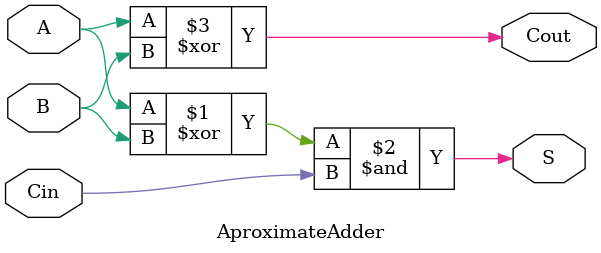
<source format=v>
module AproximateAdder(input A, B, Cin, output S, Cout);

assign S = (A ^ B) & Cin;
assign Cout = A ^ B;

endmodule

</source>
